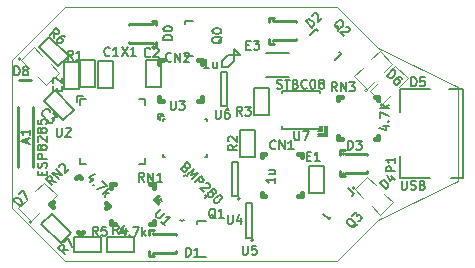
<source format=gto>
G04 #@! TF.FileFunction,Legend,Top*
%FSLAX46Y46*%
G04 Gerber Fmt 4.6, Leading zero omitted, Abs format (unit mm)*
G04 Created by KiCad (PCBNEW 4.0.4+e1-6308~48~ubuntu16.04.1-stable) date Tue Sep 13 21:39:42 2016*
%MOMM*%
%LPD*%
G01*
G04 APERTURE LIST*
%ADD10C,0.150000*%
%ADD11C,0.200000*%
%ADD12C,0.100000*%
%ADD13C,0.127000*%
%ADD14C,0.381000*%
%ADD15C,0.250000*%
%ADD16C,0.099060*%
%ADD17C,0.152400*%
G04 APERTURE END LIST*
D10*
D11*
X63271400Y-53700680D02*
X63271400Y-54208680D01*
X63779400Y-53192680D02*
X63271400Y-53700680D01*
X64795400Y-53192680D02*
X63779400Y-53192680D01*
X64287400Y-52684680D02*
X64795400Y-53192680D01*
X64287400Y-53700680D02*
X64287400Y-52684680D01*
X63779400Y-54208680D02*
X64287400Y-53700680D01*
X63271400Y-54208680D02*
X63779400Y-54208680D01*
D12*
X72944000Y-70676000D02*
X49944000Y-70676000D01*
X72944000Y-49176000D02*
X49944000Y-49176000D01*
X49944000Y-70676000D02*
X45444000Y-66176000D01*
X45444000Y-53676000D02*
X49944000Y-49176000D01*
X83194000Y-63926000D02*
X76444000Y-67176000D01*
X83194000Y-55926000D02*
X83194000Y-63926000D01*
X76444000Y-52676000D02*
X83194000Y-55926000D01*
X45444000Y-53676000D02*
X45444000Y-66176000D01*
X72944000Y-49176000D02*
X76444000Y-52676000D01*
X72944000Y-70676000D02*
X76444000Y-67176000D01*
D13*
X50703480Y-68646040D02*
X52989480Y-68646040D01*
X52989480Y-68646040D02*
X52989480Y-69916040D01*
X52989480Y-69916040D02*
X50703480Y-69916040D01*
X50703480Y-69916040D02*
X50703480Y-68646040D01*
X52720240Y-55999380D02*
X52720240Y-53713380D01*
X52720240Y-53713380D02*
X53990240Y-53713380D01*
X53990240Y-53713380D02*
X53990240Y-55999380D01*
X53990240Y-55999380D02*
X52720240Y-55999380D01*
X58105040Y-53637180D02*
X58105040Y-55923180D01*
X58105040Y-55923180D02*
X56835040Y-55923180D01*
X56835040Y-55923180D02*
X56835040Y-53637180D01*
X56835040Y-53637180D02*
X58105040Y-53637180D01*
X49795230Y-58745056D02*
X48178784Y-57128610D01*
X48178784Y-57128610D02*
X49076810Y-56230584D01*
X49076810Y-56230584D02*
X50693256Y-57847030D01*
X50693256Y-57847030D02*
X49795230Y-58745056D01*
D14*
X69690800Y-61574420D02*
X69990800Y-61574420D01*
X69990800Y-61574420D02*
X69990800Y-61874420D01*
X66890800Y-65174420D02*
X66590800Y-65174420D01*
X66590800Y-65174420D02*
X66590800Y-64874420D01*
X66590800Y-61874420D02*
X66590800Y-61574420D01*
X66590800Y-61574420D02*
X66890800Y-61574420D01*
X69690800Y-65174420D02*
X69990800Y-65174420D01*
X69990800Y-65174420D02*
X69990800Y-64874420D01*
D15*
X57671640Y-50719760D02*
X57671640Y-50319760D01*
X57671640Y-50319760D02*
X57271640Y-50319760D01*
X57271640Y-52519760D02*
X57671640Y-52519760D01*
X57671640Y-52519760D02*
X57671640Y-52119760D01*
X57371640Y-50619760D02*
X57371640Y-50519760D01*
X57271640Y-50619760D02*
X55471640Y-50619760D01*
X55371640Y-50619760D02*
X55371640Y-50719760D01*
X57371640Y-52219760D02*
X57371640Y-52319760D01*
X57271640Y-52219760D02*
X55471640Y-52219760D01*
X55371640Y-52219760D02*
X55371640Y-52119760D01*
D10*
X78290680Y-58053360D02*
X78290680Y-56153360D01*
X78290680Y-56153360D02*
X80840680Y-56153360D01*
X80840680Y-63653360D02*
X78290680Y-63653360D01*
X78290680Y-63653360D02*
X78290680Y-61753360D01*
X83640680Y-56153360D02*
X82490680Y-56153360D01*
X83640680Y-63653360D02*
X82590680Y-63653360D01*
X83640680Y-62253360D02*
X83640680Y-63653360D01*
X83640680Y-57553360D02*
X83640680Y-56153360D01*
X83640680Y-62253360D02*
X83640680Y-57553360D01*
D13*
X52511960Y-53695600D02*
X52511960Y-55981600D01*
X52511960Y-55981600D02*
X51241960Y-55981600D01*
X51241960Y-55981600D02*
X51241960Y-53695600D01*
X51241960Y-53695600D02*
X52511960Y-53695600D01*
X64782700Y-61859160D02*
X64782700Y-59573160D01*
X64782700Y-59573160D02*
X66052700Y-59573160D01*
X66052700Y-59573160D02*
X66052700Y-61859160D01*
X66052700Y-61859160D02*
X64782700Y-61859160D01*
X65963800Y-58351420D02*
X65963800Y-56065420D01*
X65963800Y-56065420D02*
X67233800Y-56065420D01*
X67233800Y-56065420D02*
X67233800Y-58351420D01*
X67233800Y-58351420D02*
X65963800Y-58351420D01*
X53461920Y-68676520D02*
X55747920Y-68676520D01*
X55747920Y-68676520D02*
X55747920Y-69946520D01*
X55747920Y-69946520D02*
X53461920Y-69946520D01*
X53461920Y-69946520D02*
X53461920Y-68676520D01*
D14*
X53856480Y-64469820D02*
X53856480Y-64169820D01*
X53856480Y-64169820D02*
X54156480Y-64169820D01*
X57456480Y-67269820D02*
X57456480Y-67569820D01*
X57456480Y-67569820D02*
X57156480Y-67569820D01*
X54156480Y-67569820D02*
X53856480Y-67569820D01*
X53856480Y-67569820D02*
X53856480Y-67269820D01*
X57456480Y-64469820D02*
X57456480Y-64169820D01*
X57456480Y-64169820D02*
X57156480Y-64169820D01*
X51453683Y-68193522D02*
X51241551Y-68405654D01*
X51241551Y-68405654D02*
X51029419Y-68193522D01*
X50887997Y-63668038D02*
X51100129Y-63455906D01*
X51100129Y-63455906D02*
X51312261Y-63668038D01*
X53433582Y-65789359D02*
X53645714Y-66001491D01*
X53645714Y-66001491D02*
X53433582Y-66213623D01*
X48908098Y-65647937D02*
X48695966Y-65860069D01*
X48695966Y-65860069D02*
X48908098Y-66072201D01*
D10*
X57865860Y-65914805D02*
X57441596Y-65490541D01*
X57441596Y-65490541D02*
X57865860Y-65066277D01*
X58007281Y-65773384D02*
X57795149Y-65561252D01*
X57795149Y-65561252D02*
X57724438Y-65490541D01*
X57724438Y-65490541D02*
X58007281Y-65207699D01*
X61825658Y-65349120D02*
X61967079Y-65207699D01*
X61967079Y-65207699D02*
X61825658Y-65066277D01*
X59987180Y-63510642D02*
X60128601Y-63369221D01*
X60128601Y-63369221D02*
X60270023Y-63510642D01*
X58148702Y-65349120D02*
X58007281Y-65490541D01*
X58007281Y-65490541D02*
X58148702Y-65631963D01*
X59987180Y-67187598D02*
X59845759Y-67329019D01*
X59845759Y-67329019D02*
X59704337Y-67187598D01*
X51179280Y-61950160D02*
X51179280Y-62450160D01*
X51179280Y-62450160D02*
X51679280Y-62450160D01*
X56679280Y-61950160D02*
X56679280Y-62450160D01*
X56679280Y-62450160D02*
X56179280Y-62450160D01*
X56179280Y-56950160D02*
X56679280Y-56950160D01*
X56679280Y-56950160D02*
X56679280Y-57450160D01*
X50929280Y-57200160D02*
X50929280Y-56700160D01*
X50929280Y-56700160D02*
X51429280Y-56700160D01*
X51679280Y-56950160D02*
X51179280Y-56950160D01*
X51179280Y-56950160D02*
X51179280Y-57450160D01*
X58201480Y-58236100D02*
X57801480Y-58236100D01*
X57801480Y-58236100D02*
X57801480Y-58636100D01*
X58001480Y-58736100D02*
X58001480Y-58436100D01*
X58001480Y-58436100D02*
X58301480Y-58436100D01*
X61801480Y-61836100D02*
X62001480Y-61836100D01*
X62001480Y-61836100D02*
X62001480Y-61636100D01*
X58401480Y-61836100D02*
X58201480Y-61836100D01*
X58201480Y-61836100D02*
X58201480Y-61636100D01*
X61801480Y-58636100D02*
X62001480Y-58636100D01*
X62001480Y-58636100D02*
X62001480Y-58836100D01*
X58401480Y-58636100D02*
X58201480Y-58636100D01*
X58201480Y-58636100D02*
X58201480Y-58836100D01*
X60060840Y-50544780D02*
X60060840Y-50593040D01*
X60761880Y-53343760D02*
X60060840Y-53343760D01*
X60060840Y-53343760D02*
X60060840Y-53094840D01*
X60060840Y-50544780D02*
X60060840Y-50344120D01*
X60060840Y-50344120D02*
X60761880Y-50344120D01*
D14*
X61533180Y-56787240D02*
X61533180Y-57087240D01*
X61533180Y-57087240D02*
X61233180Y-57087240D01*
X57933180Y-53987240D02*
X57933180Y-53687240D01*
X57933180Y-53687240D02*
X58233180Y-53687240D01*
X61233180Y-53687240D02*
X61533180Y-53687240D01*
X61533180Y-53687240D02*
X61533180Y-53987240D01*
X57933180Y-56787240D02*
X57933180Y-57087240D01*
X57933180Y-57087240D02*
X58233180Y-57087240D01*
D16*
X75535822Y-56212109D02*
G75*
G03X75535822Y-56212109I-127000J0D01*
G01*
X76217045Y-55403886D02*
X75498625Y-56122306D01*
X75498625Y-56122306D02*
X74420994Y-55044675D01*
X74420994Y-55044675D02*
X75139414Y-54326255D01*
X75857835Y-53607834D02*
X76576255Y-52889414D01*
X76576255Y-52889414D02*
X77653886Y-53967045D01*
X77653886Y-53967045D02*
X76935466Y-54685465D01*
D15*
X57076820Y-69869280D02*
X57076820Y-70269280D01*
X57076820Y-70269280D02*
X57476820Y-70269280D01*
X57476820Y-68069280D02*
X57076820Y-68069280D01*
X57076820Y-68069280D02*
X57076820Y-68469280D01*
X57376820Y-69969280D02*
X57376820Y-70069280D01*
X57476820Y-69969280D02*
X59276820Y-69969280D01*
X59376820Y-69969280D02*
X59376820Y-69869280D01*
X57376820Y-68369280D02*
X57376820Y-68269280D01*
X57476820Y-68369280D02*
X59276820Y-68369280D01*
X59376820Y-68369280D02*
X59376820Y-68469280D01*
X67219040Y-51870840D02*
X67219040Y-52270840D01*
X67219040Y-52270840D02*
X67619040Y-52270840D01*
X67619040Y-50070840D02*
X67219040Y-50070840D01*
X67219040Y-50070840D02*
X67219040Y-50470840D01*
X67519040Y-51970840D02*
X67519040Y-52070840D01*
X67619040Y-51970840D02*
X69419040Y-51970840D01*
X69519040Y-51970840D02*
X69519040Y-51870840D01*
X67519040Y-50370840D02*
X67519040Y-50270840D01*
X67619040Y-50370840D02*
X69419040Y-50370840D01*
X69519040Y-50370840D02*
X69519040Y-50470840D01*
X73205820Y-63090020D02*
X73205820Y-63490020D01*
X73205820Y-63490020D02*
X73605820Y-63490020D01*
X73605820Y-61290020D02*
X73205820Y-61290020D01*
X73205820Y-61290020D02*
X73205820Y-61690020D01*
X73505820Y-63190020D02*
X73505820Y-63290020D01*
X73605820Y-63190020D02*
X75405820Y-63190020D01*
X75505820Y-63190020D02*
X75505820Y-63090020D01*
X73505820Y-61590020D02*
X73505820Y-61490020D01*
X73605820Y-61590020D02*
X75405820Y-61590020D01*
X75505820Y-61590020D02*
X75505820Y-61690020D01*
D10*
X61147960Y-67509440D02*
X61147960Y-67557700D01*
X61849000Y-70308420D02*
X61147960Y-70308420D01*
X61147960Y-70308420D02*
X61147960Y-70059500D01*
X61147960Y-67509440D02*
X61147960Y-67308780D01*
X61147960Y-67308780D02*
X61849000Y-67308780D01*
X73184234Y-52986056D02*
X73150109Y-52951931D01*
X70709346Y-51502588D02*
X71205056Y-51006878D01*
X71205056Y-51006878D02*
X71381069Y-51182891D01*
X73184234Y-52986056D02*
X73326122Y-53127944D01*
X73326122Y-53127944D02*
X72830412Y-53623654D01*
X72408664Y-67009494D02*
X72442789Y-66975369D01*
X73892132Y-64534606D02*
X74387842Y-65030316D01*
X74387842Y-65030316D02*
X74211829Y-65206329D01*
X72408664Y-67009494D02*
X72266776Y-67151382D01*
X72266776Y-67151382D02*
X71771066Y-66655672D01*
D14*
X76155100Y-56750860D02*
X76455100Y-56750860D01*
X76455100Y-56750860D02*
X76455100Y-57050860D01*
X73355100Y-60350860D02*
X73055100Y-60350860D01*
X73055100Y-60350860D02*
X73055100Y-60050860D01*
X73055100Y-57050860D02*
X73055100Y-56750860D01*
X73055100Y-56750860D02*
X73355100Y-56750860D01*
X76155100Y-60350860D02*
X76455100Y-60350860D01*
X76455100Y-60350860D02*
X76455100Y-60050860D01*
D10*
X71533440Y-56484020D02*
X71533440Y-56284020D01*
X71533440Y-56284020D02*
X68333440Y-56284020D01*
X68333440Y-56284020D02*
X68333440Y-56484020D01*
X72133440Y-59284020D02*
X72133440Y-60084020D01*
X72133440Y-60084020D02*
X71333440Y-60084020D01*
X71333440Y-59884020D02*
X71933440Y-59884020D01*
X71933440Y-59884020D02*
X71933440Y-59284020D01*
X71733440Y-59284020D02*
X71733440Y-59484020D01*
X71733440Y-59484020D02*
X71733440Y-59684020D01*
X71733440Y-59684020D02*
X71333440Y-59684020D01*
X69933440Y-59484020D02*
X71533440Y-59484020D01*
X71533440Y-59484020D02*
X71533440Y-59284020D01*
X69933440Y-59484020D02*
X68333440Y-59484020D01*
X68333440Y-59484020D02*
X68333440Y-59284020D01*
D16*
X74498831Y-64522382D02*
G75*
G03X74498831Y-64522382I-127000J0D01*
G01*
X75180054Y-65330605D02*
X74461634Y-64612185D01*
X74461634Y-64612185D02*
X75539265Y-63534554D01*
X75539265Y-63534554D02*
X76257685Y-64252974D01*
X76976106Y-64971395D02*
X77694526Y-65689815D01*
X77694526Y-65689815D02*
X76616895Y-66767446D01*
X76616895Y-66767446D02*
X75898475Y-66049026D01*
X76849002Y-57454169D02*
G75*
G03X76849002Y-57454169I-127000J0D01*
G01*
X77530225Y-56645946D02*
X76811805Y-57364366D01*
X76811805Y-57364366D02*
X75734174Y-56286735D01*
X75734174Y-56286735D02*
X76452594Y-55568315D01*
X77171015Y-54849894D02*
X77889435Y-54131474D01*
X77889435Y-54131474D02*
X78967066Y-55209105D01*
X78967066Y-55209105D02*
X78248646Y-55927525D01*
D10*
X64766320Y-65405700D02*
G75*
G03X64766320Y-65405700I-100000J0D01*
G01*
X64116320Y-65155700D02*
X64616320Y-65155700D01*
X64116320Y-62255700D02*
X64116320Y-65155700D01*
X64616320Y-62255700D02*
X64116320Y-62255700D01*
X64616320Y-65155700D02*
X64616320Y-62255700D01*
X65898980Y-68936340D02*
G75*
G03X65898980Y-68936340I-100000J0D01*
G01*
X65248980Y-68686340D02*
X65748980Y-68686340D01*
X65248980Y-65786340D02*
X65248980Y-68686340D01*
X65748980Y-65786340D02*
X65248980Y-65786340D01*
X65748980Y-68686340D02*
X65748980Y-65786340D01*
X63770460Y-57808600D02*
G75*
G03X63770460Y-57808600I-100000J0D01*
G01*
X63120460Y-57558600D02*
X63620460Y-57558600D01*
X63120460Y-54658600D02*
X63120460Y-57558600D01*
X63620460Y-54658600D02*
X63120460Y-54658600D01*
X63620460Y-57558600D02*
X63620460Y-54658600D01*
D15*
X47101760Y-55316120D02*
X46085760Y-55316120D01*
X47228760Y-57602120D02*
X47228760Y-62682120D01*
X45958760Y-57602120D02*
X45958760Y-62682120D01*
D16*
X47116181Y-67367370D02*
G75*
G03X47116181Y-67367370I-127000J0D01*
G01*
X47797404Y-66559147D02*
X47078984Y-67277567D01*
X47078984Y-67277567D02*
X46001353Y-66199936D01*
X46001353Y-66199936D02*
X46719773Y-65481516D01*
X47438194Y-64763095D02*
X48156614Y-64044675D01*
X48156614Y-64044675D02*
X49234245Y-65122306D01*
X49234245Y-65122306D02*
X48515825Y-65840726D01*
X46235832Y-53556783D02*
G75*
G03X46235832Y-53556783I-127000J0D01*
G01*
X46917055Y-54365006D02*
X46198635Y-53646586D01*
X46198635Y-53646586D02*
X47276266Y-52568955D01*
X47276266Y-52568955D02*
X47994686Y-53287375D01*
X48713107Y-54005796D02*
X49431527Y-54724216D01*
X49431527Y-54724216D02*
X48353896Y-55801847D01*
X48353896Y-55801847D02*
X47635476Y-55083427D01*
D13*
X49340570Y-54206076D02*
X47724124Y-52589630D01*
X47724124Y-52589630D02*
X48622150Y-51691604D01*
X48622150Y-51691604D02*
X50238596Y-53308050D01*
X50238596Y-53308050D02*
X49340570Y-54206076D01*
X49564090Y-69192076D02*
X47947644Y-67575630D01*
X47947644Y-67575630D02*
X48845670Y-66677604D01*
X48845670Y-66677604D02*
X50462116Y-68294050D01*
X50462116Y-68294050D02*
X49564090Y-69192076D01*
X70637400Y-64881760D02*
X70637400Y-62595760D01*
X70637400Y-62595760D02*
X71907400Y-62595760D01*
X71907400Y-62595760D02*
X71907400Y-64881760D01*
X71907400Y-64881760D02*
X70637400Y-64881760D01*
X51089560Y-53848000D02*
X51089560Y-56134000D01*
X51089560Y-56134000D02*
X49819560Y-56134000D01*
X49819560Y-56134000D02*
X49819560Y-53848000D01*
X49819560Y-53848000D02*
X51089560Y-53848000D01*
D10*
X68938520Y-53026200D02*
X66938520Y-53026200D01*
X66938520Y-55076200D02*
X68938520Y-55076200D01*
D17*
X52730400Y-68523394D02*
X52476400Y-68160537D01*
X52294972Y-68523394D02*
X52294972Y-67761394D01*
X52585257Y-67761394D01*
X52657829Y-67797680D01*
X52694114Y-67833966D01*
X52730400Y-67906537D01*
X52730400Y-68015394D01*
X52694114Y-68087966D01*
X52657829Y-68124251D01*
X52585257Y-68160537D01*
X52294972Y-68160537D01*
X53419829Y-67761394D02*
X53056972Y-67761394D01*
X53020686Y-68124251D01*
X53056972Y-68087966D01*
X53129543Y-68051680D01*
X53310972Y-68051680D01*
X53383543Y-68087966D01*
X53419829Y-68124251D01*
X53456114Y-68196823D01*
X53456114Y-68378251D01*
X53419829Y-68450823D01*
X53383543Y-68487109D01*
X53310972Y-68523394D01*
X53129543Y-68523394D01*
X53056972Y-68487109D01*
X53020686Y-68450823D01*
X53721000Y-53261623D02*
X53684714Y-53297909D01*
X53575857Y-53334194D01*
X53503286Y-53334194D01*
X53394429Y-53297909D01*
X53321857Y-53225337D01*
X53285572Y-53152766D01*
X53249286Y-53007623D01*
X53249286Y-52898766D01*
X53285572Y-52753623D01*
X53321857Y-52681051D01*
X53394429Y-52608480D01*
X53503286Y-52572194D01*
X53575857Y-52572194D01*
X53684714Y-52608480D01*
X53721000Y-52644766D01*
X54446714Y-53334194D02*
X54011286Y-53334194D01*
X54229000Y-53334194D02*
X54229000Y-52572194D01*
X54156429Y-52681051D01*
X54083857Y-52753623D01*
X54011286Y-52789909D01*
X57150000Y-53332743D02*
X57113714Y-53369029D01*
X57004857Y-53405314D01*
X56932286Y-53405314D01*
X56823429Y-53369029D01*
X56750857Y-53296457D01*
X56714572Y-53223886D01*
X56678286Y-53078743D01*
X56678286Y-52969886D01*
X56714572Y-52824743D01*
X56750857Y-52752171D01*
X56823429Y-52679600D01*
X56932286Y-52643314D01*
X57004857Y-52643314D01*
X57113714Y-52679600D01*
X57150000Y-52715886D01*
X57440286Y-52715886D02*
X57476572Y-52679600D01*
X57549143Y-52643314D01*
X57730572Y-52643314D01*
X57803143Y-52679600D01*
X57839429Y-52715886D01*
X57875714Y-52788457D01*
X57875714Y-52861029D01*
X57839429Y-52969886D01*
X57404000Y-53405314D01*
X57875714Y-53405314D01*
X48255757Y-58488478D02*
X48204441Y-58488478D01*
X48101810Y-58437161D01*
X48050495Y-58385846D01*
X47999179Y-58283215D01*
X47999179Y-58180583D01*
X48024837Y-58103610D01*
X48101810Y-57975320D01*
X48178784Y-57898347D01*
X48307073Y-57821373D01*
X48384047Y-57795714D01*
X48486679Y-57795715D01*
X48589310Y-57847031D01*
X48640626Y-57898346D01*
X48691941Y-58000978D01*
X48691941Y-58052294D01*
X48922862Y-58180583D02*
X49256414Y-58514135D01*
X48871546Y-58539793D01*
X48948520Y-58616767D01*
X48974178Y-58693741D01*
X48974178Y-58745056D01*
X48948520Y-58822030D01*
X48820231Y-58950319D01*
X48743257Y-58975978D01*
X48691941Y-58975978D01*
X48614968Y-58950319D01*
X48461020Y-58796372D01*
X48435362Y-58719399D01*
X48435362Y-58668083D01*
X67764657Y-61146563D02*
X67728371Y-61182849D01*
X67619514Y-61219134D01*
X67546943Y-61219134D01*
X67438086Y-61182849D01*
X67365514Y-61110277D01*
X67329229Y-61037706D01*
X67292943Y-60892563D01*
X67292943Y-60783706D01*
X67329229Y-60638563D01*
X67365514Y-60565991D01*
X67438086Y-60493420D01*
X67546943Y-60457134D01*
X67619514Y-60457134D01*
X67728371Y-60493420D01*
X67764657Y-60529706D01*
X68091229Y-61219134D02*
X68091229Y-60457134D01*
X68526657Y-61219134D01*
X68526657Y-60457134D01*
X69288657Y-61219134D02*
X68853229Y-61219134D01*
X69070943Y-61219134D02*
X69070943Y-60457134D01*
X68998372Y-60565991D01*
X68925800Y-60638563D01*
X68853229Y-60674849D01*
X67715674Y-63637460D02*
X67715674Y-64072888D01*
X67715674Y-63855174D02*
X66953674Y-63855174D01*
X67062531Y-63927745D01*
X67135103Y-64000317D01*
X67171389Y-64072888D01*
X67207674Y-62984317D02*
X67715674Y-62984317D01*
X67207674Y-63310888D02*
X67606817Y-63310888D01*
X67679389Y-63274603D01*
X67715674Y-63202031D01*
X67715674Y-63093174D01*
X67679389Y-63020603D01*
X67643103Y-62984317D01*
X59013634Y-51961868D02*
X58251634Y-51961868D01*
X58251634Y-51780440D01*
X58287920Y-51671583D01*
X58360491Y-51599011D01*
X58433063Y-51562726D01*
X58578206Y-51526440D01*
X58687063Y-51526440D01*
X58832206Y-51562726D01*
X58904777Y-51599011D01*
X58977349Y-51671583D01*
X59013634Y-51780440D01*
X59013634Y-51961868D01*
X58251634Y-51054726D02*
X58251634Y-50982154D01*
X58287920Y-50909583D01*
X58324206Y-50873297D01*
X58396777Y-50837011D01*
X58541920Y-50800726D01*
X58723349Y-50800726D01*
X58868491Y-50837011D01*
X58941063Y-50873297D01*
X58977349Y-50909583D01*
X59013634Y-50982154D01*
X59013634Y-51054726D01*
X58977349Y-51127297D01*
X58941063Y-51163583D01*
X58868491Y-51199868D01*
X58723349Y-51236154D01*
X58541920Y-51236154D01*
X58396777Y-51199868D01*
X58324206Y-51163583D01*
X58287920Y-51127297D01*
X58251634Y-51054726D01*
X77906154Y-63087068D02*
X77144154Y-63087068D01*
X77144154Y-62796783D01*
X77180440Y-62724211D01*
X77216726Y-62687926D01*
X77289297Y-62651640D01*
X77398154Y-62651640D01*
X77470726Y-62687926D01*
X77507011Y-62724211D01*
X77543297Y-62796783D01*
X77543297Y-63087068D01*
X77906154Y-61925926D02*
X77906154Y-62361354D01*
X77906154Y-62143640D02*
X77144154Y-62143640D01*
X77253011Y-62216211D01*
X77325583Y-62288783D01*
X77361869Y-62361354D01*
X78438829Y-63870114D02*
X78438829Y-64486971D01*
X78475114Y-64559543D01*
X78511400Y-64595829D01*
X78583971Y-64632114D01*
X78729114Y-64632114D01*
X78801686Y-64595829D01*
X78837971Y-64559543D01*
X78874257Y-64486971D01*
X78874257Y-63870114D01*
X79200829Y-64595829D02*
X79309686Y-64632114D01*
X79491115Y-64632114D01*
X79563686Y-64595829D01*
X79599972Y-64559543D01*
X79636257Y-64486971D01*
X79636257Y-64414400D01*
X79599972Y-64341829D01*
X79563686Y-64305543D01*
X79491115Y-64269257D01*
X79345972Y-64232971D01*
X79273400Y-64196686D01*
X79237115Y-64160400D01*
X79200829Y-64087829D01*
X79200829Y-64015257D01*
X79237115Y-63942686D01*
X79273400Y-63906400D01*
X79345972Y-63870114D01*
X79527400Y-63870114D01*
X79636257Y-63906400D01*
X80216829Y-64232971D02*
X80325686Y-64269257D01*
X80361971Y-64305543D01*
X80398257Y-64378114D01*
X80398257Y-64486971D01*
X80361971Y-64559543D01*
X80325686Y-64595829D01*
X80253114Y-64632114D01*
X79962829Y-64632114D01*
X79962829Y-63870114D01*
X80216829Y-63870114D01*
X80289400Y-63906400D01*
X80325686Y-63942686D01*
X80361971Y-64015257D01*
X80361971Y-64087829D01*
X80325686Y-64160400D01*
X80289400Y-64196686D01*
X80216829Y-64232971D01*
X79962829Y-64232971D01*
X50606960Y-53623754D02*
X50352960Y-53260897D01*
X50171532Y-53623754D02*
X50171532Y-52861754D01*
X50461817Y-52861754D01*
X50534389Y-52898040D01*
X50570674Y-52934326D01*
X50606960Y-53006897D01*
X50606960Y-53115754D01*
X50570674Y-53188326D01*
X50534389Y-53224611D01*
X50461817Y-53260897D01*
X50171532Y-53260897D01*
X51332674Y-53623754D02*
X50897246Y-53623754D01*
X51114960Y-53623754D02*
X51114960Y-52861754D01*
X51042389Y-52970611D01*
X50969817Y-53043183D01*
X50897246Y-53079469D01*
X64492414Y-60843160D02*
X64129557Y-61097160D01*
X64492414Y-61278588D02*
X63730414Y-61278588D01*
X63730414Y-60988303D01*
X63766700Y-60915731D01*
X63802986Y-60879446D01*
X63875557Y-60843160D01*
X63984414Y-60843160D01*
X64056986Y-60879446D01*
X64093271Y-60915731D01*
X64129557Y-60988303D01*
X64129557Y-61278588D01*
X63802986Y-60552874D02*
X63766700Y-60516588D01*
X63730414Y-60444017D01*
X63730414Y-60262588D01*
X63766700Y-60190017D01*
X63802986Y-60153731D01*
X63875557Y-60117446D01*
X63948129Y-60117446D01*
X64056986Y-60153731D01*
X64492414Y-60589160D01*
X64492414Y-60117446D01*
X64922400Y-58363394D02*
X64668400Y-58000537D01*
X64486972Y-58363394D02*
X64486972Y-57601394D01*
X64777257Y-57601394D01*
X64849829Y-57637680D01*
X64886114Y-57673966D01*
X64922400Y-57746537D01*
X64922400Y-57855394D01*
X64886114Y-57927966D01*
X64849829Y-57964251D01*
X64777257Y-58000537D01*
X64486972Y-58000537D01*
X65176400Y-57601394D02*
X65648114Y-57601394D01*
X65394114Y-57891680D01*
X65502972Y-57891680D01*
X65575543Y-57927966D01*
X65611829Y-57964251D01*
X65648114Y-58036823D01*
X65648114Y-58218251D01*
X65611829Y-58290823D01*
X65575543Y-58327109D01*
X65502972Y-58363394D01*
X65285257Y-58363394D01*
X65212686Y-58327109D01*
X65176400Y-58290823D01*
X54477920Y-68386234D02*
X54223920Y-68023377D01*
X54042492Y-68386234D02*
X54042492Y-67624234D01*
X54332777Y-67624234D01*
X54405349Y-67660520D01*
X54441634Y-67696806D01*
X54477920Y-67769377D01*
X54477920Y-67878234D01*
X54441634Y-67950806D01*
X54405349Y-67987091D01*
X54332777Y-68023377D01*
X54042492Y-68023377D01*
X55131063Y-67878234D02*
X55131063Y-68386234D01*
X54949634Y-67587949D02*
X54768206Y-68132234D01*
X55239920Y-68132234D01*
X56649257Y-63951394D02*
X56395257Y-63588537D01*
X56213829Y-63951394D02*
X56213829Y-63189394D01*
X56504114Y-63189394D01*
X56576686Y-63225680D01*
X56612971Y-63261966D01*
X56649257Y-63334537D01*
X56649257Y-63443394D01*
X56612971Y-63515966D01*
X56576686Y-63552251D01*
X56504114Y-63588537D01*
X56213829Y-63588537D01*
X56975829Y-63951394D02*
X56975829Y-63189394D01*
X57411257Y-63951394D01*
X57411257Y-63189394D01*
X58173257Y-63951394D02*
X57737829Y-63951394D01*
X57955543Y-63951394D02*
X57955543Y-63189394D01*
X57882972Y-63298251D01*
X57810400Y-63370823D01*
X57737829Y-63407109D01*
X54981909Y-68062534D02*
X54981909Y-68570534D01*
X54800480Y-67772249D02*
X54619052Y-68316534D01*
X55090766Y-68316534D01*
X55381052Y-68497963D02*
X55417337Y-68534249D01*
X55381052Y-68570534D01*
X55344766Y-68534249D01*
X55381052Y-68497963D01*
X55381052Y-68570534D01*
X55671337Y-67808534D02*
X56179337Y-67808534D01*
X55852766Y-68570534D01*
X56469623Y-68570534D02*
X56469623Y-67808534D01*
X56542194Y-68280249D02*
X56759908Y-68570534D01*
X56759908Y-68062534D02*
X56469623Y-68352820D01*
X49173110Y-63968469D02*
X48736927Y-63891495D01*
X48865216Y-64276363D02*
X48326401Y-63737548D01*
X48531663Y-63532285D01*
X48608638Y-63506627D01*
X48659953Y-63506628D01*
X48736927Y-63532285D01*
X48813900Y-63609259D01*
X48839558Y-63686233D01*
X48839558Y-63737548D01*
X48813900Y-63814522D01*
X48608638Y-64019784D01*
X49404032Y-63737548D02*
X48865216Y-63198732D01*
X49711926Y-63429654D01*
X49173110Y-62890838D01*
X49455348Y-62711233D02*
X49455348Y-62659917D01*
X49481005Y-62582943D01*
X49609295Y-62454654D01*
X49686268Y-62428996D01*
X49737584Y-62428996D01*
X49814557Y-62454654D01*
X49865873Y-62505971D01*
X49917190Y-62608601D01*
X49917189Y-63224390D01*
X50250741Y-62890838D01*
X52428581Y-63625713D02*
X52069371Y-63984923D01*
X52505554Y-63292161D02*
X51992398Y-63548740D01*
X52325950Y-63882292D01*
X52402923Y-64215845D02*
X52402923Y-64267160D01*
X52351608Y-64267160D01*
X52351607Y-64215845D01*
X52402923Y-64215845D01*
X52351608Y-64267160D01*
X53095686Y-63933607D02*
X53454896Y-64292817D01*
X52685160Y-64600712D01*
X53121344Y-65036896D02*
X53660159Y-64498081D01*
X53377922Y-64882949D02*
X53326606Y-65242159D01*
X53685817Y-64882948D02*
X53275291Y-64882949D01*
X58103953Y-66269875D02*
X57667769Y-66706058D01*
X57642111Y-66783032D01*
X57642111Y-66834348D01*
X57667769Y-66911321D01*
X57770400Y-67013952D01*
X57847374Y-67039611D01*
X57898689Y-67039610D01*
X57975663Y-67013952D01*
X58411847Y-66577769D01*
X58411847Y-67655399D02*
X58103953Y-67347505D01*
X58257900Y-67501452D02*
X58796715Y-66962637D01*
X58668427Y-66988295D01*
X58565794Y-66988295D01*
X58488821Y-66962638D01*
X60223336Y-62767642D02*
X60274651Y-62870274D01*
X60274650Y-62921589D01*
X60248993Y-62998563D01*
X60172019Y-63075536D01*
X60095045Y-63101194D01*
X60043730Y-63101195D01*
X59966756Y-63075536D01*
X59761494Y-62870274D01*
X60300309Y-62331459D01*
X60479914Y-62511064D01*
X60505572Y-62588037D01*
X60505572Y-62639353D01*
X60479913Y-62716326D01*
X60428597Y-62767642D01*
X60351624Y-62793300D01*
X60300308Y-62793300D01*
X60223336Y-62767642D01*
X60043730Y-62588037D01*
X60300309Y-63409089D02*
X60839124Y-62870274D01*
X60633861Y-63434747D01*
X61198335Y-63229484D01*
X60659519Y-63768300D01*
X60916098Y-64024878D02*
X61454913Y-63486063D01*
X61660176Y-63691325D01*
X61685834Y-63768300D01*
X61685833Y-63819615D01*
X61660176Y-63896588D01*
X61583202Y-63973562D01*
X61506228Y-63999220D01*
X61454913Y-63999220D01*
X61377939Y-63973562D01*
X61172677Y-63768300D01*
X61916754Y-64050536D02*
X61968071Y-64050536D01*
X62045044Y-64076194D01*
X62173334Y-64204483D01*
X62198991Y-64281457D01*
X62198991Y-64332773D01*
X62173333Y-64409746D01*
X62122017Y-64461062D01*
X62019386Y-64512378D01*
X61403597Y-64512377D01*
X61737149Y-64845930D01*
X62352938Y-64845930D02*
X62327280Y-64768956D01*
X62327281Y-64717641D01*
X62352938Y-64640667D01*
X62378596Y-64615009D01*
X62455570Y-64589352D01*
X62506885Y-64589351D01*
X62583859Y-64615009D01*
X62686491Y-64717641D01*
X62712148Y-64794614D01*
X62712148Y-64845930D01*
X62686490Y-64922903D01*
X62660832Y-64948561D01*
X62583859Y-64974219D01*
X62532543Y-64974219D01*
X62455570Y-64948562D01*
X62352938Y-64845930D01*
X62275965Y-64820271D01*
X62224649Y-64820272D01*
X62147675Y-64845930D01*
X62045044Y-64948561D01*
X62019386Y-65025535D01*
X62019385Y-65076851D01*
X62045044Y-65153824D01*
X62147676Y-65256456D01*
X62224649Y-65282114D01*
X62275965Y-65282114D01*
X62352938Y-65256455D01*
X62455569Y-65153824D01*
X62481228Y-65076851D01*
X62481228Y-65025535D01*
X62455570Y-64948562D01*
X63122674Y-65153824D02*
X63173990Y-65205140D01*
X63199648Y-65282113D01*
X63199648Y-65333429D01*
X63173990Y-65410403D01*
X63097016Y-65538692D01*
X62968726Y-65666982D01*
X62840438Y-65743955D01*
X62763464Y-65769613D01*
X62712148Y-65769613D01*
X62635175Y-65743955D01*
X62583859Y-65692639D01*
X62558201Y-65615666D01*
X62558201Y-65564350D01*
X62583859Y-65487376D01*
X62660832Y-65359088D01*
X62789122Y-65230798D01*
X62917412Y-65153824D01*
X62994384Y-65128166D01*
X63045701Y-65128166D01*
X63122674Y-65153824D01*
X49228829Y-59379394D02*
X49228829Y-59996251D01*
X49265114Y-60068823D01*
X49301400Y-60105109D01*
X49373971Y-60141394D01*
X49519114Y-60141394D01*
X49591686Y-60105109D01*
X49627971Y-60068823D01*
X49664257Y-59996251D01*
X49664257Y-59379394D01*
X49990829Y-59451966D02*
X50027115Y-59415680D01*
X50099686Y-59379394D01*
X50281115Y-59379394D01*
X50353686Y-59415680D01*
X50389972Y-59451966D01*
X50426257Y-59524537D01*
X50426257Y-59597109D01*
X50389972Y-59705966D01*
X49954543Y-60141394D01*
X50426257Y-60141394D01*
X47976971Y-63425250D02*
X47976971Y-63171250D01*
X48376114Y-63062393D02*
X48376114Y-63425250D01*
X47614114Y-63425250D01*
X47614114Y-63062393D01*
X48339829Y-62772107D02*
X48376114Y-62663250D01*
X48376114Y-62481821D01*
X48339829Y-62409250D01*
X48303543Y-62372964D01*
X48230971Y-62336679D01*
X48158400Y-62336679D01*
X48085829Y-62372964D01*
X48049543Y-62409250D01*
X48013257Y-62481821D01*
X47976971Y-62626964D01*
X47940686Y-62699536D01*
X47904400Y-62735821D01*
X47831829Y-62772107D01*
X47759257Y-62772107D01*
X47686686Y-62735821D01*
X47650400Y-62699536D01*
X47614114Y-62626964D01*
X47614114Y-62445536D01*
X47650400Y-62336679D01*
X48376114Y-62010107D02*
X47614114Y-62010107D01*
X47614114Y-61719822D01*
X47650400Y-61647250D01*
X47686686Y-61610965D01*
X47759257Y-61574679D01*
X47868114Y-61574679D01*
X47940686Y-61610965D01*
X47976971Y-61647250D01*
X48013257Y-61719822D01*
X48013257Y-62010107D01*
X47940686Y-61139250D02*
X47904400Y-61211822D01*
X47868114Y-61248107D01*
X47795543Y-61284393D01*
X47759257Y-61284393D01*
X47686686Y-61248107D01*
X47650400Y-61211822D01*
X47614114Y-61139250D01*
X47614114Y-60994107D01*
X47650400Y-60921536D01*
X47686686Y-60885250D01*
X47759257Y-60848965D01*
X47795543Y-60848965D01*
X47868114Y-60885250D01*
X47904400Y-60921536D01*
X47940686Y-60994107D01*
X47940686Y-61139250D01*
X47976971Y-61211822D01*
X48013257Y-61248107D01*
X48085829Y-61284393D01*
X48230971Y-61284393D01*
X48303543Y-61248107D01*
X48339829Y-61211822D01*
X48376114Y-61139250D01*
X48376114Y-60994107D01*
X48339829Y-60921536D01*
X48303543Y-60885250D01*
X48230971Y-60848965D01*
X48085829Y-60848965D01*
X48013257Y-60885250D01*
X47976971Y-60921536D01*
X47940686Y-60994107D01*
X47686686Y-60558679D02*
X47650400Y-60522393D01*
X47614114Y-60449822D01*
X47614114Y-60268393D01*
X47650400Y-60195822D01*
X47686686Y-60159536D01*
X47759257Y-60123251D01*
X47831829Y-60123251D01*
X47940686Y-60159536D01*
X48376114Y-60594965D01*
X48376114Y-60123251D01*
X47940686Y-59687822D02*
X47904400Y-59760394D01*
X47868114Y-59796679D01*
X47795543Y-59832965D01*
X47759257Y-59832965D01*
X47686686Y-59796679D01*
X47650400Y-59760394D01*
X47614114Y-59687822D01*
X47614114Y-59542679D01*
X47650400Y-59470108D01*
X47686686Y-59433822D01*
X47759257Y-59397537D01*
X47795543Y-59397537D01*
X47868114Y-59433822D01*
X47904400Y-59470108D01*
X47940686Y-59542679D01*
X47940686Y-59687822D01*
X47976971Y-59760394D01*
X48013257Y-59796679D01*
X48085829Y-59832965D01*
X48230971Y-59832965D01*
X48303543Y-59796679D01*
X48339829Y-59760394D01*
X48376114Y-59687822D01*
X48376114Y-59542679D01*
X48339829Y-59470108D01*
X48303543Y-59433822D01*
X48230971Y-59397537D01*
X48085829Y-59397537D01*
X48013257Y-59433822D01*
X47976971Y-59470108D01*
X47940686Y-59542679D01*
X47614114Y-58708108D02*
X47614114Y-59070965D01*
X47976971Y-59107251D01*
X47940686Y-59070965D01*
X47904400Y-58998394D01*
X47904400Y-58816965D01*
X47940686Y-58744394D01*
X47976971Y-58708108D01*
X48049543Y-58671823D01*
X48230971Y-58671823D01*
X48303543Y-58708108D01*
X48339829Y-58744394D01*
X48376114Y-58816965D01*
X48376114Y-58998394D01*
X48339829Y-59070965D01*
X48303543Y-59107251D01*
X58880829Y-57093394D02*
X58880829Y-57710251D01*
X58917114Y-57782823D01*
X58953400Y-57819109D01*
X59025971Y-57855394D01*
X59171114Y-57855394D01*
X59243686Y-57819109D01*
X59279971Y-57782823D01*
X59316257Y-57710251D01*
X59316257Y-57093394D01*
X59606543Y-57093394D02*
X60078257Y-57093394D01*
X59824257Y-57383680D01*
X59933115Y-57383680D01*
X60005686Y-57419966D01*
X60041972Y-57456251D01*
X60078257Y-57528823D01*
X60078257Y-57710251D01*
X60041972Y-57782823D01*
X60005686Y-57819109D01*
X59933115Y-57855394D01*
X59715400Y-57855394D01*
X59642829Y-57819109D01*
X59606543Y-57782823D01*
X54750063Y-52528134D02*
X55258063Y-53290134D01*
X55258063Y-52528134D02*
X54750063Y-53290134D01*
X55947491Y-53290134D02*
X55512063Y-53290134D01*
X55729777Y-53290134D02*
X55729777Y-52528134D01*
X55657206Y-52636991D01*
X55584634Y-52709563D01*
X55512063Y-52745849D01*
X63251806Y-51670131D02*
X63215520Y-51742703D01*
X63142949Y-51815274D01*
X63034091Y-51924131D01*
X62997806Y-51996703D01*
X62997806Y-52069274D01*
X63179234Y-52032989D02*
X63142949Y-52105560D01*
X63070377Y-52178131D01*
X62925234Y-52214417D01*
X62671234Y-52214417D01*
X62526091Y-52178131D01*
X62453520Y-52105560D01*
X62417234Y-52032989D01*
X62417234Y-51887846D01*
X62453520Y-51815274D01*
X62526091Y-51742703D01*
X62671234Y-51706417D01*
X62925234Y-51706417D01*
X63070377Y-51742703D01*
X63142949Y-51815274D01*
X63179234Y-51887846D01*
X63179234Y-52032989D01*
X62417234Y-51234703D02*
X62417234Y-51162131D01*
X62453520Y-51089560D01*
X62489806Y-51053274D01*
X62562377Y-51016988D01*
X62707520Y-50980703D01*
X62888949Y-50980703D01*
X63034091Y-51016988D01*
X63106663Y-51053274D01*
X63142949Y-51089560D01*
X63179234Y-51162131D01*
X63179234Y-51234703D01*
X63142949Y-51307274D01*
X63106663Y-51343560D01*
X63034091Y-51379845D01*
X62888949Y-51416131D01*
X62707520Y-51416131D01*
X62562377Y-51379845D01*
X62489806Y-51343560D01*
X62453520Y-51307274D01*
X62417234Y-51234703D01*
X58935257Y-53718823D02*
X58898971Y-53755109D01*
X58790114Y-53791394D01*
X58717543Y-53791394D01*
X58608686Y-53755109D01*
X58536114Y-53682537D01*
X58499829Y-53609966D01*
X58463543Y-53464823D01*
X58463543Y-53355966D01*
X58499829Y-53210823D01*
X58536114Y-53138251D01*
X58608686Y-53065680D01*
X58717543Y-53029394D01*
X58790114Y-53029394D01*
X58898971Y-53065680D01*
X58935257Y-53101966D01*
X59261829Y-53791394D02*
X59261829Y-53029394D01*
X59697257Y-53791394D01*
X59697257Y-53029394D01*
X60023829Y-53101966D02*
X60060115Y-53065680D01*
X60132686Y-53029394D01*
X60314115Y-53029394D01*
X60386686Y-53065680D01*
X60422972Y-53101966D01*
X60459257Y-53174537D01*
X60459257Y-53247109D01*
X60422972Y-53355966D01*
X59987543Y-53791394D01*
X60459257Y-53791394D01*
X62128400Y-54299394D02*
X61692972Y-54299394D01*
X61910686Y-54299394D02*
X61910686Y-53537394D01*
X61838115Y-53646251D01*
X61765543Y-53718823D01*
X61692972Y-53755109D01*
X62781543Y-53791394D02*
X62781543Y-54299394D01*
X62454972Y-53791394D02*
X62454972Y-54190537D01*
X62491257Y-54263109D01*
X62563829Y-54299394D01*
X62672686Y-54299394D01*
X62745257Y-54263109D01*
X62781543Y-54226823D01*
X77184974Y-54995380D02*
X77723789Y-54456565D01*
X77852078Y-54584854D01*
X77903394Y-54687485D01*
X77903394Y-54790117D01*
X77877735Y-54867090D01*
X77800762Y-54995380D01*
X77723788Y-55072353D01*
X77595499Y-55149327D01*
X77518526Y-55174985D01*
X77415894Y-55174985D01*
X77313263Y-55123669D01*
X77184974Y-54995380D01*
X78493525Y-55226301D02*
X78390893Y-55123669D01*
X78313920Y-55098012D01*
X78262604Y-55098012D01*
X78134315Y-55123670D01*
X78006025Y-55200643D01*
X77800763Y-55405906D01*
X77775105Y-55482880D01*
X77775104Y-55534195D01*
X77800763Y-55611169D01*
X77903394Y-55713800D01*
X77980367Y-55739459D01*
X78031683Y-55739459D01*
X78108657Y-55713800D01*
X78236946Y-55585511D01*
X78262604Y-55508537D01*
X78262604Y-55457222D01*
X78236946Y-55380248D01*
X78134315Y-55277617D01*
X78057341Y-55251959D01*
X78006026Y-55251959D01*
X77929052Y-55277617D01*
X60168972Y-70301394D02*
X60168972Y-69539394D01*
X60350400Y-69539394D01*
X60459257Y-69575680D01*
X60531829Y-69648251D01*
X60568114Y-69720823D01*
X60604400Y-69865966D01*
X60604400Y-69974823D01*
X60568114Y-70119966D01*
X60531829Y-70192537D01*
X60459257Y-70265109D01*
X60350400Y-70301394D01*
X60168972Y-70301394D01*
X61330114Y-70301394D02*
X60894686Y-70301394D01*
X61112400Y-70301394D02*
X61112400Y-69539394D01*
X61039829Y-69648251D01*
X60967257Y-69720823D01*
X60894686Y-69757109D01*
X70844133Y-50933446D02*
X70305318Y-50394631D01*
X70433607Y-50266342D01*
X70536238Y-50215026D01*
X70638870Y-50215026D01*
X70715843Y-50240685D01*
X70844133Y-50317658D01*
X70921106Y-50394632D01*
X70998080Y-50522921D01*
X71023738Y-50599894D01*
X71023738Y-50702526D01*
X70972422Y-50805157D01*
X70844133Y-50933446D01*
X70869791Y-49932790D02*
X70869791Y-49881474D01*
X70895448Y-49804500D01*
X71023738Y-49676210D01*
X71100712Y-49650553D01*
X71152028Y-49650553D01*
X71229001Y-49676211D01*
X71280317Y-49727527D01*
X71331633Y-49830158D01*
X71331632Y-50445947D01*
X71665184Y-50112395D01*
X73905292Y-61243754D02*
X73905292Y-60481754D01*
X74086720Y-60481754D01*
X74195577Y-60518040D01*
X74268149Y-60590611D01*
X74304434Y-60663183D01*
X74340720Y-60808326D01*
X74340720Y-60917183D01*
X74304434Y-61062326D01*
X74268149Y-61134897D01*
X74195577Y-61207469D01*
X74086720Y-61243754D01*
X73905292Y-61243754D01*
X74594720Y-60481754D02*
X75066434Y-60481754D01*
X74812434Y-60772040D01*
X74921292Y-60772040D01*
X74993863Y-60808326D01*
X75030149Y-60844611D01*
X75066434Y-60917183D01*
X75066434Y-61098611D01*
X75030149Y-61171183D01*
X74993863Y-61207469D01*
X74921292Y-61243754D01*
X74703577Y-61243754D01*
X74631006Y-61207469D01*
X74594720Y-61171183D01*
X62690829Y-67071966D02*
X62618257Y-67035680D01*
X62545686Y-66963109D01*
X62436829Y-66854251D01*
X62364257Y-66817966D01*
X62291686Y-66817966D01*
X62327971Y-66999394D02*
X62255400Y-66963109D01*
X62182829Y-66890537D01*
X62146543Y-66745394D01*
X62146543Y-66491394D01*
X62182829Y-66346251D01*
X62255400Y-66273680D01*
X62327971Y-66237394D01*
X62473114Y-66237394D01*
X62545686Y-66273680D01*
X62618257Y-66346251D01*
X62654543Y-66491394D01*
X62654543Y-66745394D01*
X62618257Y-66890537D01*
X62545686Y-66963109D01*
X62473114Y-66999394D01*
X62327971Y-66999394D01*
X63380257Y-66999394D02*
X62944829Y-66999394D01*
X63162543Y-66999394D02*
X63162543Y-66237394D01*
X63089972Y-66346251D01*
X63017400Y-66418823D01*
X62944829Y-66455109D01*
X73050409Y-51179960D02*
X73024751Y-51102986D01*
X73024751Y-51000355D01*
X73024751Y-50846407D01*
X72999093Y-50769434D01*
X72947777Y-50718118D01*
X72845146Y-50872065D02*
X72819488Y-50795092D01*
X72819488Y-50692460D01*
X72896462Y-50564171D01*
X73076067Y-50384566D01*
X73204357Y-50307592D01*
X73306987Y-50307592D01*
X73383961Y-50333249D01*
X73486593Y-50435881D01*
X73512251Y-50512855D01*
X73512251Y-50615486D01*
X73435277Y-50743776D01*
X73255672Y-50923381D01*
X73127382Y-51000354D01*
X73024751Y-51000355D01*
X72947777Y-50974696D01*
X72845146Y-50872065D01*
X73768829Y-50820750D02*
X73820145Y-50820750D01*
X73897119Y-50846407D01*
X74025409Y-50974697D01*
X74051066Y-51051671D01*
X74051066Y-51102987D01*
X74025408Y-51179960D01*
X73974092Y-51231276D01*
X73871461Y-51282592D01*
X73255672Y-51282591D01*
X73589224Y-51616143D01*
X74702260Y-67568431D02*
X74625286Y-67594089D01*
X74522655Y-67594089D01*
X74368707Y-67594089D01*
X74291734Y-67619747D01*
X74240418Y-67671063D01*
X74394365Y-67773694D02*
X74317392Y-67799352D01*
X74214760Y-67799352D01*
X74086471Y-67722378D01*
X73906866Y-67542773D01*
X73829892Y-67414483D01*
X73829892Y-67311853D01*
X73855549Y-67234879D01*
X73958181Y-67132247D01*
X74035155Y-67106589D01*
X74137786Y-67106589D01*
X74266076Y-67183563D01*
X74445681Y-67363168D01*
X74522654Y-67491458D01*
X74522655Y-67594089D01*
X74496996Y-67671063D01*
X74394365Y-67773694D01*
X74266076Y-66824353D02*
X74599628Y-66490800D01*
X74625286Y-66875669D01*
X74702260Y-66798695D01*
X74779234Y-66773037D01*
X74830549Y-66773036D01*
X74907523Y-66798695D01*
X75035812Y-66926984D01*
X75061471Y-67003958D01*
X75061471Y-67055274D01*
X75035812Y-67132247D01*
X74881865Y-67286194D01*
X74804892Y-67311853D01*
X74753576Y-67311853D01*
X72956057Y-56321234D02*
X72702057Y-55958377D01*
X72520629Y-56321234D02*
X72520629Y-55559234D01*
X72810914Y-55559234D01*
X72883486Y-55595520D01*
X72919771Y-55631806D01*
X72956057Y-55704377D01*
X72956057Y-55813234D01*
X72919771Y-55885806D01*
X72883486Y-55922091D01*
X72810914Y-55958377D01*
X72520629Y-55958377D01*
X73282629Y-56321234D02*
X73282629Y-55559234D01*
X73718057Y-56321234D01*
X73718057Y-55559234D01*
X74008343Y-55559234D02*
X74480057Y-55559234D01*
X74226057Y-55849520D01*
X74334915Y-55849520D01*
X74407486Y-55885806D01*
X74443772Y-55922091D01*
X74480057Y-55994663D01*
X74480057Y-56176091D01*
X74443772Y-56248663D01*
X74407486Y-56284949D01*
X74334915Y-56321234D01*
X74117200Y-56321234D01*
X74044629Y-56284949D01*
X74008343Y-56248663D01*
X76824114Y-59234251D02*
X77332114Y-59234251D01*
X76533829Y-59415680D02*
X77078114Y-59597108D01*
X77078114Y-59125394D01*
X77259543Y-58835108D02*
X77295829Y-58798823D01*
X77332114Y-58835108D01*
X77295829Y-58871394D01*
X77259543Y-58835108D01*
X77332114Y-58835108D01*
X76570114Y-58544823D02*
X76570114Y-58036823D01*
X77332114Y-58363394D01*
X77332114Y-57746537D02*
X76570114Y-57746537D01*
X77041829Y-57673966D02*
X77332114Y-57456252D01*
X76824114Y-57456252D02*
X77114400Y-57746537D01*
X69352869Y-59666734D02*
X69352869Y-60283591D01*
X69389154Y-60356163D01*
X69425440Y-60392449D01*
X69498011Y-60428734D01*
X69643154Y-60428734D01*
X69715726Y-60392449D01*
X69752011Y-60356163D01*
X69788297Y-60283591D01*
X69788297Y-59666734D01*
X70078583Y-59666734D02*
X70586583Y-59666734D01*
X70260012Y-60428734D01*
X67879687Y-56041109D02*
X67988544Y-56077394D01*
X68169973Y-56077394D01*
X68242544Y-56041109D01*
X68278830Y-56004823D01*
X68315115Y-55932251D01*
X68315115Y-55859680D01*
X68278830Y-55787109D01*
X68242544Y-55750823D01*
X68169973Y-55714537D01*
X68024830Y-55678251D01*
X67952258Y-55641966D01*
X67915973Y-55605680D01*
X67879687Y-55533109D01*
X67879687Y-55460537D01*
X67915973Y-55387966D01*
X67952258Y-55351680D01*
X68024830Y-55315394D01*
X68206258Y-55315394D01*
X68315115Y-55351680D01*
X68532829Y-55315394D02*
X68968258Y-55315394D01*
X68750544Y-56077394D02*
X68750544Y-55315394D01*
X69476258Y-55678251D02*
X69585115Y-55714537D01*
X69621400Y-55750823D01*
X69657686Y-55823394D01*
X69657686Y-55932251D01*
X69621400Y-56004823D01*
X69585115Y-56041109D01*
X69512543Y-56077394D01*
X69222258Y-56077394D01*
X69222258Y-55315394D01*
X69476258Y-55315394D01*
X69548829Y-55351680D01*
X69585115Y-55387966D01*
X69621400Y-55460537D01*
X69621400Y-55533109D01*
X69585115Y-55605680D01*
X69548829Y-55641966D01*
X69476258Y-55678251D01*
X69222258Y-55678251D01*
X70419686Y-56004823D02*
X70383400Y-56041109D01*
X70274543Y-56077394D01*
X70201972Y-56077394D01*
X70093115Y-56041109D01*
X70020543Y-55968537D01*
X69984258Y-55895966D01*
X69947972Y-55750823D01*
X69947972Y-55641966D01*
X69984258Y-55496823D01*
X70020543Y-55424251D01*
X70093115Y-55351680D01*
X70201972Y-55315394D01*
X70274543Y-55315394D01*
X70383400Y-55351680D01*
X70419686Y-55387966D01*
X70891400Y-55315394D02*
X70963972Y-55315394D01*
X71036543Y-55351680D01*
X71072829Y-55387966D01*
X71109115Y-55460537D01*
X71145400Y-55605680D01*
X71145400Y-55787109D01*
X71109115Y-55932251D01*
X71072829Y-56004823D01*
X71036543Y-56041109D01*
X70963972Y-56077394D01*
X70891400Y-56077394D01*
X70818829Y-56041109D01*
X70782543Y-56004823D01*
X70746258Y-55932251D01*
X70709972Y-55787109D01*
X70709972Y-55605680D01*
X70746258Y-55460537D01*
X70782543Y-55387966D01*
X70818829Y-55351680D01*
X70891400Y-55315394D01*
X71580829Y-55641966D02*
X71508257Y-55605680D01*
X71471972Y-55569394D01*
X71435686Y-55496823D01*
X71435686Y-55460537D01*
X71471972Y-55387966D01*
X71508257Y-55351680D01*
X71580829Y-55315394D01*
X71725972Y-55315394D01*
X71798543Y-55351680D01*
X71834829Y-55387966D01*
X71871114Y-55460537D01*
X71871114Y-55496823D01*
X71834829Y-55569394D01*
X71798543Y-55605680D01*
X71725972Y-55641966D01*
X71580829Y-55641966D01*
X71508257Y-55678251D01*
X71471972Y-55714537D01*
X71435686Y-55787109D01*
X71435686Y-55932251D01*
X71471972Y-56004823D01*
X71508257Y-56041109D01*
X71580829Y-56077394D01*
X71725972Y-56077394D01*
X71798543Y-56041109D01*
X71834829Y-56004823D01*
X71871114Y-55932251D01*
X71871114Y-55787109D01*
X71834829Y-55714537D01*
X71798543Y-55678251D01*
X71725972Y-55641966D01*
X77148413Y-64573246D02*
X76609598Y-64034431D01*
X76737887Y-63906142D01*
X76840518Y-63854826D01*
X76943150Y-63854826D01*
X77020123Y-63880485D01*
X77148413Y-63957458D01*
X77225386Y-64034432D01*
X77302360Y-64162721D01*
X77328018Y-64239694D01*
X77328018Y-64342326D01*
X77276702Y-64444957D01*
X77148413Y-64573246D01*
X77558939Y-63444300D02*
X77918149Y-63803510D01*
X77225386Y-63367327D02*
X77481965Y-63880484D01*
X77815517Y-63546932D01*
X79274852Y-55879274D02*
X79274852Y-55117274D01*
X79456280Y-55117274D01*
X79565137Y-55153560D01*
X79637709Y-55226131D01*
X79673994Y-55298703D01*
X79710280Y-55443846D01*
X79710280Y-55552703D01*
X79673994Y-55697846D01*
X79637709Y-55770417D01*
X79565137Y-55842989D01*
X79456280Y-55879274D01*
X79274852Y-55879274D01*
X80399709Y-55117274D02*
X80036852Y-55117274D01*
X80000566Y-55480131D01*
X80036852Y-55443846D01*
X80109423Y-55407560D01*
X80290852Y-55407560D01*
X80363423Y-55443846D01*
X80399709Y-55480131D01*
X80435994Y-55552703D01*
X80435994Y-55734131D01*
X80399709Y-55806703D01*
X80363423Y-55842989D01*
X80290852Y-55879274D01*
X80109423Y-55879274D01*
X80036852Y-55842989D01*
X80000566Y-55806703D01*
X63706829Y-66745394D02*
X63706829Y-67362251D01*
X63743114Y-67434823D01*
X63779400Y-67471109D01*
X63851971Y-67507394D01*
X63997114Y-67507394D01*
X64069686Y-67471109D01*
X64105971Y-67434823D01*
X64142257Y-67362251D01*
X64142257Y-66745394D01*
X64831686Y-66999394D02*
X64831686Y-67507394D01*
X64650257Y-66709109D02*
X64468829Y-67253394D01*
X64940543Y-67253394D01*
X64968409Y-69369054D02*
X64968409Y-69985911D01*
X65004694Y-70058483D01*
X65040980Y-70094769D01*
X65113551Y-70131054D01*
X65258694Y-70131054D01*
X65331266Y-70094769D01*
X65367551Y-70058483D01*
X65403837Y-69985911D01*
X65403837Y-69369054D01*
X66129552Y-69369054D02*
X65766695Y-69369054D01*
X65730409Y-69731911D01*
X65766695Y-69695626D01*
X65839266Y-69659340D01*
X66020695Y-69659340D01*
X66093266Y-69695626D01*
X66129552Y-69731911D01*
X66165837Y-69804483D01*
X66165837Y-69985911D01*
X66129552Y-70058483D01*
X66093266Y-70094769D01*
X66020695Y-70131054D01*
X65839266Y-70131054D01*
X65766695Y-70094769D01*
X65730409Y-70058483D01*
X62690829Y-57855394D02*
X62690829Y-58472251D01*
X62727114Y-58544823D01*
X62763400Y-58581109D01*
X62835971Y-58617394D01*
X62981114Y-58617394D01*
X63053686Y-58581109D01*
X63089971Y-58544823D01*
X63126257Y-58472251D01*
X63126257Y-57855394D01*
X63815686Y-57855394D02*
X63670543Y-57855394D01*
X63597972Y-57891680D01*
X63561686Y-57927966D01*
X63489115Y-58036823D01*
X63452829Y-58181966D01*
X63452829Y-58472251D01*
X63489115Y-58544823D01*
X63525400Y-58581109D01*
X63597972Y-58617394D01*
X63743115Y-58617394D01*
X63815686Y-58581109D01*
X63851972Y-58544823D01*
X63888257Y-58472251D01*
X63888257Y-58290823D01*
X63851972Y-58218251D01*
X63815686Y-58181966D01*
X63743115Y-58145680D01*
X63597972Y-58145680D01*
X63525400Y-58181966D01*
X63489115Y-58218251D01*
X63452829Y-58290823D01*
X46741080Y-60661005D02*
X46741080Y-60298148D01*
X46958794Y-60733577D02*
X46196794Y-60479577D01*
X46958794Y-60225577D01*
X46958794Y-59572434D02*
X46958794Y-60007862D01*
X46958794Y-59790148D02*
X46196794Y-59790148D01*
X46305651Y-59862719D01*
X46378223Y-59935291D01*
X46414509Y-60007862D01*
X46099453Y-66026126D02*
X45560638Y-65487311D01*
X45688927Y-65359022D01*
X45791558Y-65307706D01*
X45894190Y-65307706D01*
X45971163Y-65333365D01*
X46099453Y-65410338D01*
X46176426Y-65487312D01*
X46253400Y-65615601D01*
X46279058Y-65692574D01*
X46279058Y-65795206D01*
X46227742Y-65897837D01*
X46099453Y-66026126D01*
X46048137Y-64999812D02*
X46407347Y-64640601D01*
X46715242Y-65410337D01*
X45655412Y-54959794D02*
X45655412Y-54197794D01*
X45836840Y-54197794D01*
X45945697Y-54234080D01*
X46018269Y-54306651D01*
X46054554Y-54379223D01*
X46090840Y-54524366D01*
X46090840Y-54633223D01*
X46054554Y-54778366D01*
X46018269Y-54850937D01*
X45945697Y-54923509D01*
X45836840Y-54959794D01*
X45655412Y-54959794D01*
X46526269Y-54524366D02*
X46453697Y-54488080D01*
X46417412Y-54451794D01*
X46381126Y-54379223D01*
X46381126Y-54342937D01*
X46417412Y-54270366D01*
X46453697Y-54234080D01*
X46526269Y-54197794D01*
X46671412Y-54197794D01*
X46743983Y-54234080D01*
X46780269Y-54270366D01*
X46816554Y-54342937D01*
X46816554Y-54379223D01*
X46780269Y-54451794D01*
X46743983Y-54488080D01*
X46671412Y-54524366D01*
X46526269Y-54524366D01*
X46453697Y-54560651D01*
X46417412Y-54596937D01*
X46381126Y-54669509D01*
X46381126Y-54814651D01*
X46417412Y-54887223D01*
X46453697Y-54923509D01*
X46526269Y-54959794D01*
X46671412Y-54959794D01*
X46743983Y-54923509D01*
X46780269Y-54887223D01*
X46816554Y-54814651D01*
X46816554Y-54669509D01*
X46780269Y-54596937D01*
X46743983Y-54560651D01*
X46671412Y-54524366D01*
X48967848Y-51822627D02*
X49044821Y-51386443D01*
X48659954Y-51514733D02*
X49198769Y-50975918D01*
X49404032Y-51181180D01*
X49429690Y-51258154D01*
X49429689Y-51309470D01*
X49404032Y-51386443D01*
X49327058Y-51463417D01*
X49250084Y-51489075D01*
X49198769Y-51489075D01*
X49121795Y-51463417D01*
X48916532Y-51258154D01*
X49968505Y-51745654D02*
X49865873Y-51643022D01*
X49788900Y-51617365D01*
X49737584Y-51617365D01*
X49609295Y-51643023D01*
X49481005Y-51719996D01*
X49275743Y-51925259D01*
X49250085Y-52002233D01*
X49250084Y-52053548D01*
X49275743Y-52130522D01*
X49378374Y-52233153D01*
X49455347Y-52258812D01*
X49506663Y-52258812D01*
X49583637Y-52233153D01*
X49711926Y-52104864D01*
X49737584Y-52027890D01*
X49737584Y-51976575D01*
X49711926Y-51899601D01*
X49609295Y-51796970D01*
X49532321Y-51771312D01*
X49481006Y-51771312D01*
X49404032Y-51796970D01*
X50217347Y-69782232D02*
X49781163Y-69705259D01*
X49909453Y-70090126D02*
X49370638Y-69551311D01*
X49575900Y-69346048D01*
X49652874Y-69320390D01*
X49704190Y-69320391D01*
X49781163Y-69346048D01*
X49858137Y-69423022D01*
X49883795Y-69499996D01*
X49883795Y-69551311D01*
X49858137Y-69628285D01*
X49652874Y-69833548D01*
X49858137Y-69063812D02*
X50217347Y-68704601D01*
X50525242Y-69474337D01*
X70410978Y-61819971D02*
X70664978Y-61819971D01*
X70773835Y-62219114D02*
X70410978Y-62219114D01*
X70410978Y-61457114D01*
X70773835Y-61457114D01*
X71499549Y-62219114D02*
X71064121Y-62219114D01*
X71281835Y-62219114D02*
X71281835Y-61457114D01*
X71209264Y-61565971D01*
X71136692Y-61638543D01*
X71064121Y-61674829D01*
X49246971Y-56258822D02*
X49246971Y-56004822D01*
X49646114Y-55895965D02*
X49646114Y-56258822D01*
X48884114Y-56258822D01*
X48884114Y-55895965D01*
X48956686Y-55605679D02*
X48920400Y-55569393D01*
X48884114Y-55496822D01*
X48884114Y-55315393D01*
X48920400Y-55242822D01*
X48956686Y-55206536D01*
X49029257Y-55170251D01*
X49101829Y-55170251D01*
X49210686Y-55206536D01*
X49646114Y-55641965D01*
X49646114Y-55170251D01*
X65285258Y-52376251D02*
X65539258Y-52376251D01*
X65648115Y-52775394D02*
X65285258Y-52775394D01*
X65285258Y-52013394D01*
X65648115Y-52013394D01*
X65902115Y-52013394D02*
X66373829Y-52013394D01*
X66119829Y-52303680D01*
X66228687Y-52303680D01*
X66301258Y-52339966D01*
X66337544Y-52376251D01*
X66373829Y-52448823D01*
X66373829Y-52630251D01*
X66337544Y-52702823D01*
X66301258Y-52739109D01*
X66228687Y-52775394D01*
X66010972Y-52775394D01*
X65938401Y-52739109D01*
X65902115Y-52702823D01*
M02*

</source>
